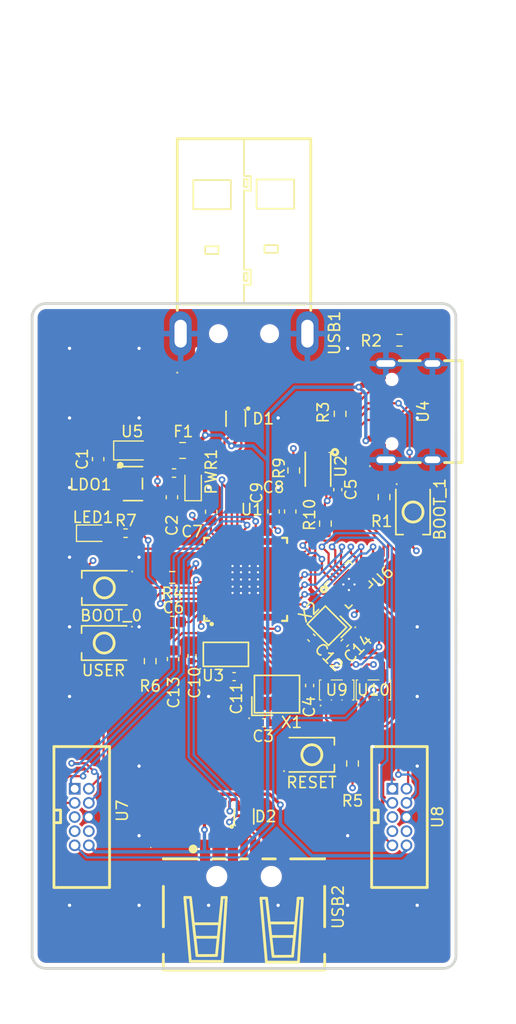
<source format=kicad_pcb>
(kicad_pcb (version 20241229) (generator "pcbnew") (generator_version "9.0")
  (layers (0 "F.Cu" signal "Top Layer") (4 "In1.Cu" power "In1.VCC") (6 "In2.Cu" power "In2.GND") (2 "B.Cu" signal "Bottom Layer") (13 "F.Paste" user "Top Paste Mask Layer") (15 "B.Paste" user "Bottom Paste Mask Layer") (5 "F.SilkS" user "Top Silkscreen Layer") (7 "B.SilkS" user "Bottom Silkscreen Layer") (1 "F.Mask" user "Top Solder Mask Layer") (3 "B.Mask" user "Bottom Solder Mask Layer") (25 "Edge.Cuts" user "Multi-Layer"))
  (net 0 "")
  (net 1 "GND")
  (net 2 "+3V3")
  (net 3 "Net-(U1-VBAT)")
  (net 4 "Net-(U5-A)")
  (net 6 "Net-(LED1-A)")
  (net 7 "Net-(PWR1-A)")
  (net 22 "/CH32V203/SPI_CLK")
  (net 25 "/CH572D/USB_CC1")
  (net 27 "/CH572D/USB_CC2")
  (net 32 "/CH32V203/BOOT_0")
  (net 33 "/CH32V203/VBUS_FUSED")
  (net 34 "/CH32V203/XIN")
  (net 35 "/CH32V203/XOUT")
  (net 36 "/CH32V203/OSC32IN")
  (net 37 "/CH32V203/OSC32OUT")
  (net 38 "/CH572D/XI")
  (net 39 "/CH572D/XO")
  (net 40 "/CH32V203/D+")
  (net 41 "/CH32V203/D-")
  (net 42 "/CH32V203/USB1_P")
  (net 43 "/CH32V203/USB1_N")
  (net 44 "/CH32V203/USB2_P")
  (net 45 "/CH32V203/DP2_OUT")
  (net 46 "/CH32V203/USB2_N")
  (net 47 "/CH32V203/DN2_OUT")
  (net 48 "/CH32V203/USART_RX")
  (net 49 "/CH32V203/RST")
  (net 50 "/CH32V203/SWCLK")
  (net 51 "/CH32V203/SWDIO")
  (net 52 "/CH32V203/USART_TX")
  (net 53 "/CH32V203/PB9")
  (net 54 "/CH32V203/PB10")
  (net 55 "/CH32V203/EEPROM_SDA")
  (net 56 "/CH32V203/EEPROM_SCL")
  (net 57 "/CH32V203/SPI_MOSI")
  (net 58 "/CH32V203/SPI_MISO")
  (net 59 "/CH572D/SWDIO")
  (net 61 "Net-(BOOT_1-Pad2)")
  (net 62 "+5V")
  (net 63 "/CH572D/UART_TX")
  (net 64 "/CH572D/UART_RX")
  (net 68 "/CH32V203/RST_CH32")
  (net 69 "VBUS")
  (net 70 "/CH32V203/GPIO_RST_CH32")
  (net 71 "/CH572D/BOOT_0")
  (net 72 "/CH32V203/SPI_CS")
  (footprint "Capacitor_SMD:C_0603_1608Metric" (layer "F.Cu") (at 142.929523 85.454809 90)
    (property "Reference" "C7")
    (property "Value" "100nF")
  )
  (footprint "usb_sp_fp:USB-A-SMD_10.0-QTJ6.3" (layer "F.Cu") (at 145.879523 119.917528)
    (property "Reference" "USB2")
    (property "Value" "10.0 QTJ6.3")
  )
  (footprint "Capacitor_SMD:C_0603_1608Metric" (layer "F.Cu") (at 132.769023 80.725809 90)
    (property "Reference" "C1")
    (property "Value" "10uF")
  )
  (footprint "usb_sp_fp:USB-C-SMD_KH-TYPE-C-16P" (layer "F.Cu") (at 160.399952 76.463845 90)
    (property "Reference" "U4")
    (property "Value" "KH-TYPE-C-16P")
  )
  (footprint "usb_sp_fp:SOT-23-5_L3.0-W1.7-P0.95-LS2.8-BR" (layer "F.Cu") (at 157.512723 101.451209 -90)
    (property "Reference" "U10")
    (property "Value" "SN74LVC1G32DBVR")
  )
  (footprint "usb_sp_fp:SW-SMD_L3.9-W3.0-P4.45" (layer "F.Cu") (at 151.975523 107.267809 180)
    (property "Reference" "RESET1" (hide yes))
    (property "Value" "~")
  )
  (footprint "Resistor_SMD:R_0603_1608Metric" (layer "F.Cu") (at 155.633123 108.055209 -90)
    (property "Reference" "R5")
    (property "Value" "10kΩ")
  )
  (footprint "Capacitor_SMD:C_0603_1608Metric" (layer "F.Cu") (at 139.400523 84.150809 90)
    (property "Reference" "C2")
    (property "Value" "10uF")
  )
  (footprint "usb_sp_fp:SOT-666-6_L1.6-W1.2-P0.50-LS1.6-BL" (layer "F.Cu") (at 145.138523 77.098809 180)
    (property "Reference" "D1")
    (property "Value" "USBLC6-2P6")
  )
  (footprint "Capacitor_SMD:C_0402_1005Metric" (layer "F.Cu") (at 151.934046 96.755618 -45)
    (property "Reference" "C12")
    (property "Value" "15pF")
  )
  (footprint "usb_sp_fp:CRYSTAL-SMD_L3.2-W1.5-1" (layer "F.Cu") (at 144.249523 98.252809)
    (property "Reference" "U3")
    (property "Value" "32.768kHz")
  )
  (footprint "usb_sp_fp:CONN-TH_10P-P1.27_HX-JN1.27-2X5P-ZZ-H4.9" (layer "F.Cu") (at 159.849522 112.855804 -90)
    (property "Reference" "U8")
    (property "Value" "HX_JN1_27-2X5P_ZZ_H4_9")
  )
  (footprint "Resistor_SMD:R_0603_1608Metric" (layer "F.Cu") (at 139.427923 91.342009 180)
    (property "Reference" "R4")
    (property "Value" "10kΩ")
  )
  (footprint "usb_sp_fp:TQFN-48_L7.0-W7.0-P0.50-BL-EP5.5" (layer "F.Cu") (at 146.027523 91.521809)
    (property "Reference" "U1")
    (property "Value" "CH32V203C8U6")
  )
  (footprint "usb_sp_fp:SOT-23-5_L3.0-W1.7-P0.95-LS2.8-BL" (layer "F.Cu") (at 135.900523 82.925771 -90)
    (property "Reference" "LDO1")
    (property "Value" "ME6211C33M5G-N")
  )
  (footprint "LED_SMD:LED_0603_1608Metric" (layer "F.Cu") (at 132.304523 87.375809)
    (property "Reference" "LED1")
    (property "Value" "XL-1608UGC-04")
  )
  (footprint "LED_SMD:LED_0603_1608Metric" (layer "F.Cu") (at 141.304523 82.975809 90)
    (property "Reference" "PWR1")
    (property "Value" "NCD0603R1")
  )
  (footprint "usb_sp_fp:UDFN-8_L3.0-W2.0-P0.50-BL-EP-3" (layer "F.Cu") (at 152.52961 81.628868 180)
    (property "Reference" "U2")
    (property "Value" "ZD24C02B-MAGMT")
  )
  (footprint "usb_sp_fp:CONN-TH_10P-P1.27_HX-JN1.27-2X5P-ZZ-H4.9" (layer "F.Cu") (at 131.294522 112.855806 -90)
    (property "Reference" "U7")
    (property "Value" "HX_JN1_27-2X5P_ZZ_H4_9")
  )
  (footprint "Resistor_SMD:R_0402_1005Metric" (layer "F.Cu") (at 139.590523 81.975809 180)
    (property "Reference" "R8" (hide yes))
    (property "Value" "1kΩ")
  )
  (footprint "usb_sp_fp:CRYSTAL-SMD_4P-L3.2-W2.5-BL" (layer "F.Cu") (at 148.843447 101.820396)
    (property "Reference" "X1")
    (property "Value" "8MHz")
  )
  (footprint "usb_sp_fp:QFN-20_L3.0-W3.0-P0.40-TL-EP1.7" (layer "F.Cu") (at 155.284046 91.980618 45)
    (property "Reference" "U6")
    (property "Value" "CH572D")
  )
  (footprint "usb_sp_fp:SW-SMD_L3.9-W3.0-P4.45" (layer "F.Cu") (at 161.068723 85.474609 90)
    (property "Reference" "BOOT_1")
    (property "Value" "~")
  )
  (footprint "usb_sp_fp:SW-SMD_L3.9-W3.0-P4.45" (layer "F.Cu") (at 133.327523 92.283809)
    (property "Reference" "BOOT_0")
    (property "Value" "~")
  )
  (footprint "Capacitor_SMD:C_0402_1005Metric" (layer "F.Cu") (at 141.200523 98.379809 -90)
    (property "Reference" "C10")
    (property "Value" "15pF")
  )
  (footprint "Fuse:Fuse_0805_2012Metric" (layer "F.Cu") (at 140.359523 79.950809 180)
    (property "Reference" "F1")
    (property "Value" "JK-SMD0805-020-30V")
  )
  (footprint "Capacitor_SMD:C_0603_1608Metric" (layer "F.Cu") (at 139.500523 98.675809 -90)
    (property "Reference" "C13")
    (property "Value" "10uF")
  )
  (footprint "Capacitor_SMD:C_0603_1608Metric" (layer "F.Cu") (at 139.429523 95.354809 180)
    (property "Reference" "C6")
    (property "Value" "100nF")
  )
  (footprint "Resistor_SMD:R_0603_1608Metric" (layer "F.Cu") (at 137.446723 98.860409 90)
    (property "Reference" "R6")
    (property "Value" "10kΩ")
  )
  (footprint "usb_sp_fp:SOT-666-6_L1.6-W1.2-P0.50-LS1.6-BL" (layer "F.Cu") (at 145.879523 112.806009)
    (property "Reference" "D2")
    (property "Value" "USBLC6-2P6")
  )
  (footprint "Resistor_SMD:R_0603_1608Metric" (layer "F.Cu") (at 159.849523 70.056809 180)
    (property "Reference" "R2")
    (property "Value" "5.1kΩ")
  )
  (footprint "usb_sp_fp:USB-A-SMD_917-181A102ES60200" (layer "F.Cu") (at 145.879523 70.863526 90)
    (property "Reference" "USB1")
    (property "Value" "USB-A-A/M_Stick_plate_bent_legs_VinylPBT_With_a_column")
  )
  (footprint "Resistor_SMD:R_0603_1608Metric" (layer "F.Cu") (at 150.349923 81.740809 -90)
    (property "Reference" "R9")
    (property "Value" "10kΩ")
  )
  (footprint "usb_sp_fp:SW-SMD_L3.9-W3.0-P4.45" (layer "F.Cu") (at 133.306523 97.234809)
    (property "Reference" "USER1" (hide yes))
    (property "Value" "~")
  )
  (footprint "Resistor_SMD:R_0402_1005Metric" (layer "F.Cu") (at 135.232523 87.375809)
    (property "Reference" "R7")
    (property "Value" "1kΩ")
  )
  (footprint "usb_sp_fp:CRYSTAL-SMD_4P-L2.0-W1.6-BL" (layer "F.Cu") (at 153.334046 95.680618 135)
    (property "Reference" "X2")
    (property "Value" "XTM20032000DT00351001")
  )
  (footprint "Capacitor_SMD:C_0402_1005Metric" (layer "F.Cu") (at 151.779146 101.054569 -90)
    (property "Reference" "C4")
    (property "Value" "15pF")
  )
  (footprint "Resistor_SMD:R_0603_1608Metric" (layer "F.Cu") (at 153.194723 86.516009 -90)
    (property "Reference" "R10")
    (property "Value" "10kΩ")
  )
  (footprint "Diode_SMD:D_SOD-323" (layer "F.Cu") (at 135.774023 79.950809)
    (property "Reference" "U5")
    (property "Value" "SD101CWS")
  )
  (footprint "Capacitor_SMD:C_0402_1005Metric" (layer "F.Cu") (at 154.934046 97.230618 45)
    (property "Reference" "C14")
    (property "Value" "15pF")
  )
  (footprint "Capacitor_SMD:C_0402_1005Metric" (layer "F.Cu") (at 154.309296 83.468618 90)
    (property "Reference" "C5")
    (property "Value" "100nF")
  )
  (footprint "usb_sp_fp:SOT-23-5_L3.0-W1.7-P0.95-LS2.8-BR" (layer "F.Cu") (at 154.210723 101.451209 -90)
    (property "Reference" "U9")
    (property "Value" "SN74LVC1G32DBVR")
  )
  (footprint "Resistor_SMD:R_0603_1608Metric" (layer "F.Cu") (at 154.515523 76.660809 -90)
    (property "Reference" "R3")
    (property "Value" "5.1kΩ")
  )
  (footprint "Capacitor_SMD:C_0603_1608Metric" (layer "F.Cu") (at 148.534046 85.430618 90)
    (property "Reference" "C9")
    (property "Value" "4.7uF")
  )
  (footprint "Resistor_SMD:R_0603_1608Metric" (layer "F.Cu") (at 158.467523 84.138809 90)
    (property "Reference" "R1")
    (property "Value" "5.1kΩ")
  )
  (footprint "Capacitor_SMD:C_0603_1608Metric" (layer "F.Cu") (at 150.034046 85.430618 90)
    (property "Reference" "C8")
    (property "Value" "100nF")
  )
  (footprint "Capacitor_SMD:C_0402_1005Metric" (layer "F.Cu") (at 147.674623 104.390396)
    (property "Reference" "C3")
    (property "Value" "15pF")
  )
  (footprint "Capacitor_SMD:C_0402_1005Metric" (layer "F.Cu") (at 144.992523 100.251309 180)
    (property "Reference" "C11")
    (property "Value" "15pF")
  )
  (gr_arc (start 163.6595 66.754809) (mid 164.553015 67.124886) (end 164.923189 68.01836) (stroke (width 0.254)) (layer "Edge.Cuts"))
  (gr_line (start 128.0995 126.444809) (end 163.791951 126.444809) (stroke (width 0.254)) (layer "Edge.Cuts"))
  (gr_line (start 126.829523 68.0248) (end 126.829523 125.183673) (stroke (width 0.254)) (layer "Edge.Cuts"))
  (gr_arc (start 128.0995 126.444809) (mid 127.204611 126.075964) (end 126.829523 125.183673) (stroke (width 0.254)) (layer "Edge.Cuts"))
  (gr_line (start 164.923189 68.01836) (end 164.929523 125.301674) (stroke (width 0.254)) (layer "Edge.Cuts"))
  (gr_arc (start 164.929523 125.301674) (mid 164.596709 126.108065) (end 163.791951 126.444809) (stroke (width 0.254)) (layer "Edge.Cuts"))
  (gr_line (start 128.099523 66.754809) (end 163.6595 66.754809) (stroke (width 0.254)) (layer "Edge.Cuts"))
  (gr_arc (start 126.829523 68.0248) (mid 127.201499 67.126783) (end 128.099523 66.754809) (stroke (width 0.254)) (layer "Edge.Cuts"))
  (gr_text "USER" (at 131.198323 100.282809 0) (layer "F.SilkS") (effects (font (size 1 1)) (justify left bottom)))
  (gr_text "RESET" (at 149.587923 110.341209 0) (layer "F.SilkS") (effects (font (size 1 1)) (justify left bottom)))
  (segment (start 152.258796 81.430868) (end 152.009296 81.680868) (width 0.254) (layer "F.Cu") (net 1))
  (segment (start 142.604587 93.771745) (end 143.697587 93.771745) (width 0.2) (layer "F.Cu") (net 1))
  (segment (start 143.777332 89.457118) (end 143.777332 88.174118) (width 0.2) (layer "F.Cu") (net 1))
  (segment (start 149.375332 89.271618) (end 148.387714 89.271618) (width 0.2) (layer "F.Cu") (net 1))
  (segment (start 152.784046 80.119868) (end 152.784046 81.393868) (width 0.2) (layer "F.Cu") (net 1))
  (segment (start 152.258796 81.930368) (end 152.009296 81.680868) (width 0.254) (layer "F.Cu") (net 1))
  (segment (start 148.44765 90.771745) (end 148.433714 90.757809) (width 0.2) (layer "F.Cu") (net 1))
  (segment (start 152.784046 83.167868) (end 152.784046 81.893368) (width 0.2) (layer "F.Cu") (net 1))
  (segment (start 144.082523 89.762309) (end 143.777332 89.457118) (width 0.254) (layer "F.Cu") (net 1))
  (segment (start 149.407396 90.771745) (end 148.44765 90.771745) (width 0.2) (layer "F.Cu") (net 1))
  (segment (start 148.387714 89.271618) (end 147.897023 89.762309) (width 0.254) (layer "F.Cu") (net 1))
  (segment (start 146.777587 94.898745) (end 146.777587 93.791373) (width 0.2) (layer "F.Cu") (net 1))
  (segment (start 149.421332 90.757809) (end 149.407396 90.771745) (width 0.2) (layer "F.Cu") (net 1))
  (segment (start 143.697587 93.771745) (end 144.082523 93.386809) (width 0.254) (layer "F.Cu") (net 1))
  (segment (start 146.777587 93.791373) (end 146.373023 93.386809) (width 0.2) (layer "F.Cu") (net 1))
  (segment (start 152.284546 80.119868) (end 152.284546 81.393368) (width 0.2) (layer "F.Cu") (net 1))
  (via (at 136.446247 95.781284) (size 0.6) (drill 0.3) (layers "F.Cu" "B.Cu") (net 1))
  (via (at 145.604523 90.325809) (size 0.6) (drill 0.2) (layers "F.Cu" "B.Cu") (net 1))
  (via (at 130.196247 120.781284) (size 0.6) (drill 0.3) (layers "F.Cu" "B.Cu") (net 1))
  (via (at 144.844523 91.531309) (size 0.6) (drill 0.2) (layers "F.Cu" "B.Cu") (net 1))
  (via (at 161.446247 95.781284) (size 0.6) (drill 0.3) (layers "F.Cu" "B.Cu") (net 1))
  (via (at 136.446247 120.781284) (size 0.6) (drill 0.3) (layers "F.Cu" "B.Cu") (net 1))
  (via (at 130.196247 89.531284) (size 0.6) (drill 0.3) (layers "F.Cu" "B.Cu") (net 1))
  (via (at 130.196247 70.781284) (size 0.6) (drill 0.3) (layers "F.Cu" "B.Cu") (net 1))
  (via (at 130.196247 77.031284) (size 0.6) (drill 0.3) (layers "F.Cu" "B.Cu") (net 1))
  (via (at 130.196247 95.781284) (size 0.6) (drill 0.3) (layers "F.Cu" "B.Cu") (net 1))
  (via (at 146.379523 90.325809) (size 0.6) (drill 0.2) (layers "F.Cu" "B.Cu") (net 1))
  (via (at 144.854523 92.175809) (size 0.6) (drill 0.2) (layers "F.Cu" "B.Cu") (net 1))
  (via (at 147.135023 92.179309) (size 0.6) (drill 0.2) (layers "F.Cu" "B.Cu") (net 1))
  (via (at 155.309046 92.480618) (size 0.6) (drill 0.2) (layers "F.Cu" "B.Cu") (net 1))
  (via (at 130.196247 102.031284) (size 0.6) (drill 0.3) (layers "F.Cu" "B.Cu") (net 1))
  (via (at 155.309046 91.480618) (size 0.6) (drill 0.2) (layers "F.Cu" "B.Cu") (net 1))
  (via (at 136.446247 89.531284) (size 0.6) (drill 0.3) (layers "F.Cu" "B.Cu") (net 1))
  (via (at 161.446247 77.031284) (size 0.6) (drill 0.3) (layers "F.Cu" "B.Cu") (net 1))
  (via (at 145.604523 92.750809) (size 0.6) (drill 0.2) (layers "F.Cu" "B.Cu") (net 1))
  (via (at 155.196247 120.781284) (size 0.6) (drill 0.3) (layers "F.Cu" "B.Cu") (net 1))
  (via (at 155.809046 91.980618) (size 0.6) (drill 0.2) (layers "F.Cu" "B.Cu") (net 1))
  (via (at 146.372523 91.531309) (size 0.6) (drill 0.2) (layers "F.Cu" "B.Cu") (net 1))
  (via (at 142.696247 83.281284) (size 0.6) (drill 0.3) (layers "F.Cu" "B.Cu") (net 1))
  (via (at 144.844523 90.324309) (size 0.6) (drill 0.2) (layers "F.Cu" "B.Cu") (net 1))
  (via (at 148.946247 120.781284) (size 0.6) (drill 0.3) (layers "F.Cu" "B.Cu") (net 1))
  (via (at 158.020723 92.002409) (size 0.6) (drill 0.3) (layers "F.Cu" "B.Cu") (net 1))
  (via (at 145.606523 92.179309) (size 0.6) (drill 0.2) (layers "F.Cu" "B.Cu") (net 1))
  (via (at 161.446247 102.031284) (size 0.6) (drill 0.3) (layers "F.Cu" "B.Cu") (net 1))
  (via (at 147.129523 90.325809) (size 0.6) (drill 0.2) (layers "F.Cu" "B.Cu") (net 1))
  (via (at 146.373023 92.739809) (size 0.6) (drill 0.2) (layers "F.Cu" "B.Cu") (net 1))
  (via (at 155.196247 70.781284) (size 0.6) (drill 0.3) (layers "F.Cu" "B.Cu") (net 1))
  (via (at 148.946247 77.031284) (size 0.6) (drill 0.3) (layers "F.Cu" "B.Cu") (net 1))
  (via (at 136.446247 70.781284) (size 0.6) (drill 0.3) (layers "F.Cu" "B.Cu") (net 1))
  (via (at 147.135023 92.739809) (size 0.6) (drill 0.2) (layers "F.Cu" "B.Cu") (net 1))
  (via (at 146.373023 92.179309) (size 0.6) (drill 0.2) (layers "F.Cu" "B.Cu") (net 1))
  (via (at 136.446247 77.031284) (size 0.6) (drill 0.3) (layers "F.Cu" "B.Cu") (net 1))
  (via (at 157.461923 106.531209) (size 0.6) (drill 0.3) (layers "F.Cu" "B.Cu") (net 1))
  (via (at 148.946247 83.281284) (size 0.6) (drill 0.3) (layers "F.Cu" "B.Cu") (net 1))
  (via (at 144.845023 92.739809) (size 0.6) (drill 0.2) (layers "F.Cu" "B.Cu") (net 1))
  (via (at 142.696247 120.781284) (size 0.6) (drill 0.3) (layers "F.Cu" "B.Cu") (net 1))
  (via (at 130.196247 83.281284) (size 0.6) (drill 0.3) (layers "F.Cu" "B.Cu") (net 1))
  (via (at 144.844523 90.884809) (size 0.6) (drill 0.2) (layers "F.Cu" "B.Cu") (net 1))
  (via (at 146.373023 90.884809) (size 0.6) (drill 0.2) (layers "F.Cu" "B.Cu") (net 1))
  (via (at 147.135023 90.884809) (size 0.6) (drill 0.2) (layers "F.Cu" "B.Cu") (net 1))
  (via (at 142.696247 102.031284) (size 0.6) (drill 0.3) (layers "F.Cu" "B.Cu") (net 1))
  (via (at 145.606523 90.884809) (size 0.6) (drill 0.2) (layers "F.Cu" "B.Cu") (net 1))
  (via (at 154.809046 91.980618) (size 0.6) (drill 0.2) (layers "F.Cu" "B.Cu") (net 1))
  (via (at 147.134523 91.531309) (size 0.6) (drill 0.2) (layers "F.Cu" "B.Cu") (net 1))
  (via (at 145.606523 91.531309) (size 0.6) (drill 0.2) (layers "F.Cu" "B.Cu") (net 1))
  (via (at 161.446247 120.781284) (size 0.6) (drill 0.3) (layers "F.Cu" "B.Cu") (net 1))
  (via (at 155.196247 114.531284) (size 0.6) (drill 0.3) (layers "F.Cu" "B.Cu") (net 1))
  (via (at 161.446247 108.281284) (size 0.6) (drill 0.3) (layers "F.Cu" "B.Cu") (net 1))
  (via (at 136.446247 108.281284) (size 0.6) (drill 0.3) (layers "F.Cu" "B.Cu") (net 1))
  (via (at 136.446247 114.531284) (size 0.6) (drill 0.3) (layers "F.Cu" "B.Cu") (net 1))
  (segment (start 138.100523 83.110309) (end 138.366023 83.375809) (width 0.2) (layer "F.Cu") (net 2))
  (segment (start 141.963523 95.039309) (end 141.665023 94.741309) (width 0.2) (layer "F.Cu") (net 2))
  (segment (start 154.309296 83.948618) (end 153.879296 83.948618) (width 0.2) (layer "F.Cu") (net 2))
  (segment (start 153.359296 84.444827) (end 153.835505 83.968618) (width 0.2) (layer "F.Cu") (net 2))
  (segment (start 153.279674 84.388996) (end 153.359296 84.468618) (width 0.2) (layer "F.Cu") (net 2))
  (segment (start 148.934046 87.155618) (end 148.534046 86.755618) (width 0.2) (layer "F.Cu") (net 2))
  (segment (start 142.904523 86.254809) (end 142.929523 86.229809) (width 0.2) (layer "F.Cu") (net 2))
  (segment (start 143.277459 87.652745) (end 143.277459 88.121758) (width 0.2) (layer "F.Cu") (net 2))
  (segment (start 156.029523 94.372619) (end 156.029523 93.85786) (width 0.2) (layer "F.Cu") (net 2))
  (segment (start 161.373523 88.954409) (end 161.068723 88.649609) (width 0.2) (layer "F.Cu") (net 2))
  (segment (start 149.427574 88.771745) (end 149.754587 88.771745) (width 0.2) (layer "F.Cu") (net 2))
  (segment (start 141.558523 86.254809) (end 142.904523 86.254809) (width 0.2) (layer "F.Cu") (net 2))
  (segment (start 137.054193 81.975809) (end 139.080523 81.975809) (width 0.2) (layer "F.Cu") (net 2))
  (segment (start 141.229523 85.925809) (end 141.558523 86.254809) (width 0.2) (layer "F.Cu") (net 2))
  (segment (start 156.928523 99.165209) (end 156.562761 99.530971) (width 0.2) (layer "F.Cu") (net 2))
  (segment (start 141.665023 94.741309) (end 141.051523 95.354809) (width 0.2) (layer "F.Cu") (net 2))
  (segment (start 131.142523 97.222809) (end 131.142523 91.004309) (width 0.2) (layer "F.Cu") (net 2))
  (segment (start 153.143923 84.683991) (end 153.143923 85.640209) (width 0.2) (layer "F.Cu") (net 2))
  (segment (start 153.359296 84.468618) (end 153.143923 84.683991) (width 0.2) (layer "F.Cu") (net 2))
  (segment (start 153.879296 83.948618) (end 153.859296 83.968618) (width 0.2) (layer "F.Cu") (net 2))
  (segment (start 149.754587 88.771745) (end 150.034046 88.492286) (width 0.2) (layer "F.Cu") (net 2))
  (segment (start 148.534046 86.755618) (end 148.534046 86.305618) (width 0.2) (layer "F.Cu") (net 2))
  (segment (start 141.051523 95.354809) (end 140.204523 95.354809) (width 0.2) (layer "F.Cu") (net 2))
  (segment (start 150.034046 88.492286) (end 150.034046 86.205618) (width 0.2) (layer "F.Cu") (net 2))
  (segment (start 153.279674 83.152871) (end 153.279674 84.388996) (width 0.2) (layer "F.Cu") (net 2))
  (segment (start 138.366023 83.375809) (end 139.400523 83.375809) (width 0.2) (layer "F.Cu") (net 2))
  (segment (start 142.034046 95.742809) (end 141.963523 95.672286) (width 0.2) (layer "F.Cu") (net 2))
  (segment (start 153.143923 85.640209) (end 153.245523 85.741809) (width 0.2) (layer "F.Cu") (net 2))
  (segment (start 142.134459 94.271873) (end 141.665023 94.741309) (width 0.2) (layer "F.Cu") (net 2))
  (segment (start 138.100523 82.705618) (end 138.100523 83.110309) (width 0.2) (layer "F.Cu") (net 2))
  (segment (start 131.142523 91.004309) (end 132.311523 89.835309) (width 0.2) (layer "F.Cu") (net 2))
  (segment (start 153.359296 84.468618) (end 153.359296 84.444827) (width 0.2) (layer "F.Cu") (net 2))
  (segment (start 156.329523 94.150809) (end 156.329523 93.592104) (width 0.2) (layer "F.Cu") (net 2))
  (segment (start 156.029523 93.85786) (end 155.77877 93.607107) (width 0.2) (layer "F.Cu") (net 2))
  (segment (start 148.909046 95.955618) (end 147.794332 95.955618) (width 0.2) (layer "F.Cu") (net 2))
  (segment (start 142.900523 87.275809) (end 143.277459 87.652745) (width 0.2) (layer "F.Cu") (net 2))
  (segment (start 147.794332 95.955618) (end 147.277459 95.438745) (width 0.2) (layer "F.Cu") (net 2))
  (segment (start 141.229523 85.754809) (end 141.229523 85.925809) (width 0.2) (layer "F.Cu") (net 2))
  (segment (start 153.601123 99.216009) (end 154.210723 99.216009) (width 0.2) (layer "F.Cu") (net 2))
  (segment (start 148.534046 86.180618) (end 150.109046 86.180618) (width 0.2) (layer "F.Cu") (net 2))
  (segment (start 156.562761 99.530971) (end 156.562761 100.151107) (width 0.2) (layer "F.Cu") (net 2))
  (segment (start 155.633123 110.239609) (end 155.633123 108.880209) (width 0.2) (layer "F.Cu") (net 2))
  (segment (start 141.963523 95.672286) (end 141.963523 95.039309) (width 0.2) (layer "F.Cu") (net 2))
  (segment (start 155.785523 94.616619) (end 156.029523 94.372619) (width 0.2) (layer "F.Cu") (net 2))
  (segment (start 157.512723 99.165209) (end 156.928523 99.165209) (width 0.2) (layer "F.Cu") (net 2))
  (segment (start 142.627472 94.271873) (end 142.134459 94.271873) (width 0.2) (layer "F.Cu") (net 2))
  (segment (start 153.260761 100.151107) (end 153.260761 99.556371) (width 0.2) (layer "F.Cu") (net 2))
  (segment (start 155.785523 94.694809) (end 155.785523 94.616619) (width 0.2) (layer "F.Cu") (net 2))
  (segment (start 142.929523 86.229809) (end 142.900523 86.258809) (width 0.2) (layer "F.Cu") (net 2))
  (segment (start 148.534046 86.305618) (end 148.484046 86.255618) (width 0.2) (layer "F.Cu") (net 2))
  (segment (start 142.900523 86.258809) (end 142.900523 87.275809) (width 0.2) (layer "F.Cu") (net 2))
  (segment (start 138.100523 81.975809) (end 137.054193 81.975809) (width 0.2) (layer "F.Cu") (net 2))
  (segment (start 153.835505 83.968618) (end 153.859296 83.968618) (width 0.2) (layer "F.Cu") (net 2))
  (segment (start 155.785523 94.694809) (end 156.329523 94.150809) (width 0.2) (layer "F.Cu") (net 2))
  (segment (start 156.329523 93.592104) (end 156.061648 93.324229) (width 0.2) (layer "F.Cu") (net 2))
  (segment (start 161.068723 88.649609) (end 161.068723 87.659521) (width 0.2) (layer "F.Cu") (net 2))
  (segment (start 153.260761 99.556371) (end 153.601123 99.216009) (width 0.2) (layer "F.Cu") (net 2))
  (segment (start 138.100523 82.705618) (end 138.100523 81.975809) (width 0.2) (layer "F.Cu") (net 2))
  (segment (start 147.277459 95.438745) (end 147.277459 94.92186) (width 0.2) (layer "F.Cu") (net 2))
  (segment (start 150.316546 79.768618) (end 150.316546 80.911368) (width 0.2) (layer "F.Cu") (net 2))
  (via (at 132.311523 89.835309) (size 0.61) (drill 0.3) (layers "F.Cu" "B.Cu") (net 2))
  (via (at 155.785523 94.694809) (size 0.61) (drill 0.3) (layers "F.Cu" "B.Cu") (net 2))
  (via (at 153.359296 84.468618) (size 0.61) (drill 0.3) (layers "F.Cu" "B.Cu") (net 2))
  (via (at 138.100523 82.705618) (size 0.61) (drill 0.3) (layers "F.Cu" "B.Cu") (net 2))
  (via (at 142.034046 95.742809) (size 0.61) (drill 0.3) (layers "F.Cu" "B.Cu") (net 2))
  (via (at 155.633123 110.239609) (size 0.61) (drill 0.3) (layers "F.Cu" "B.Cu") (net 2))
  (via (at 161.373523 88.954409) (size 0.61) (drill 0.3) (layers "F.Cu" "B.Cu") (net 2))
  (via (at 141.229523 85.754809) (size 0.6) (drill 0.3) (layers "F.Cu" "B.Cu") (net 2))
  (via (at 148.909046 95.955618) (size 0.61) (drill 0.3) (layers "F.Cu" "B.Cu") (net 2))
  (via (at 157.512723 99.165209) (size 0.61) (drill 0.3) (layers "F.Cu" "B.Cu") (net 2))
  (via (at 154.210723 99.216009) (size 0.61) (drill 0.3) (layers "F.Cu" "B.Cu") (net 2))
  (via (at 148.934046 87.155618) (size 0.6) (drill 0.3) (layers "F.Cu" "B.Cu") (net 2))
  (via (at 150.316546 79.768618) (size 0.61) (drill 0.3) (layers "F.Cu" "B.Cu") (net 2))
  (segment (start 140.312523 96.347809) (end 142.852523 96.347809) (width 0.2) (layer "F.Cu") (net 3))
  (segment (start 143.277459 95.922873) (end 143.277459 94.974245) (width 0.2) (layer "F.Cu") (net 3))
  (segment (start 139.550523 97.806809) (end 139.550523 97.109809) (width 0.2) (layer "F.Cu") (net 3))
  (segment (start 139.550523 97.109809) (end 140.312523 96.347809) (width 0.2) (layer "F.Cu") (net 3))
  (segment (start 142.852523 96.347809) (end 143.277459 95.922873) (width 0.2) (layer "F.Cu") (net 3))
  (segment (start 139.179523 79.950809) (end 136.849023 79.950809) (width 0.3) (layer "F.Cu") (net 4))
  (segment (start 136.849023 79.950809) (end 136.824023 79.975809) (width 0.3) (layer "F.Cu") (net 4))
  (segment (start 133.111023 87.372309) (end 134.796023 87.372309) (width 0.254) (layer "F.Cu") (net 6))
  (segment (start 141.100523 81.975809) (end 141.300523 82.175809) (width 0.2) (layer "F.Cu") (net 7))
  (segment (start 140.100523 81.975809) (end 141.100523 81.975809) (width 0.2) (layer "F.Cu") (net 7))
  (segment (start 156.409591 90.289029) (end 156.061648 90.636972) (width 0.2) (layer "F.Cu") (net 22))
  (segment (start 151.3332 92.8624) (end 150.923727 93.271873) (width 0.2) (layer "F.Cu") (net 22))
  (segment (start 156.409591 90.286343) (end 156.362612 90.333322) (width 0.2) (layer "F.Cu") (net 22))
  (segment (start 156.409591 90.286343) (end 156.409591 90.289029) (width 0.2) (layer "F.Cu") (net 22))
  (segment (start 156.409591 88.598809) (end 156.409591 90.286343) (width 0.2) (layer "F.Cu") (net 22))
  (segment (start 150.923727 93.271873) (end 149.427574 93.271873) (width 0.2) (layer "F.Cu") (net 22))
  (via (at 156.409591 88.598809) (size 0.6) (drill 0.3) (layers "F.Cu" "B.Cu") (net 22))
  (via (at 151.3332 92.8624) (size 0.6) (drill 0.3) (layers "F.Cu" "B.Cu") (net 22))
  (segment (start 156.409591 88.598809) (end 152.146 92.8624) (width 0.2) (layer "B.Cu") (net 22))
  (segment (start 152.146 92.8624) (end 151.3332 92.8624) (width 0.2) (layer "B.Cu") (net 22))
  (segment (start 160.674523 70.006009) (end 160.674523 75.926327) (width 0.2) (layer "F.Cu") (net 25))
  (segment (start 158.887069 77.713781) (end 157.984941 77.713781) (width 0.2) (layer "F.Cu") (net 25))
  (segment (start 160.674523 75.926327) (end 158.887069 77.713781) (width 0.2) (layer "F.Cu") (net 25))
  (segment (start 154.515523 75.835809) (end 155.961295 75.835809) (width 0.2) (layer "F.Cu") (net 27))
  (segment (start 157.083323 74.713781) (end 157.984941 74.713781) (width 0.2) (layer "F.Cu") (net 27))
  (segment (start 155.961295 75.835809) (end 157.083323 74.713781) (width 0.2) (layer "F.Cu") (net 27))
  (segment (start 138.604523 91.354809) (end 138.604523 91.996873) (width 0.2) (layer "F.Cu") (net 32))
  (segment (start 138.604523 91.996873) (end 138.329523 92.271873) (width 0.2) (layer "F.Cu") (net 32))
  (segment (start 135.524459 92.271873) (end 138.329523 92.271873) (width 0.2) (layer "F.Cu") (net 32))
  (segment (start 135.512523 92.283809) (end 135.524459 92.271873) (width 0.2) (layer "F.Cu") (net 32))
  (segment (start 138.329523 92.271873) (end 142.627472 92.271873) (width 0.2) (layer "F.Cu") (net 32))
  (segment (start 134.746853 81.975809) (end 135.429523 81.975809) (width 0.2) (layer "F.Cu") (net 33))
  (segment (start 135.626352 82.172638) (end 135.626352 83.65398) (width 0.2) (layer "F.Cu") (net 33))
  (segment (start 134.724023 79.921809) (end 134.422023 79.921809) (width 0.2) (layer "F.Cu") (net 33))
  (segment (start 134.746853 81.975809) (end 134.746853 79.973639) (width 0.2) (layer "F.Cu") (net 33))
  (segment (start 135.404599 83.875733) (end 134.746853 83.875733) (width 0.2) (layer "F.Cu") (net 33))
  (segment (start 135.429523 81.975809) (end 135.626352 82.172638) (width 0.2) (layer "F.Cu") (net 33))
  (segment (start 135.626352 83.65398) (end 135.404599 83.875733) (width 0.2) (layer "F.Cu") (net 33))
  (segment (start 132.798023 79.921809) (end 132.769023 79.950809) (width 0.2) (layer "F.Cu") (net 33))
  (segment (start 134.422023 79.921809) (end 132.798023 79.921809) (width 0.2) (layer "F.Cu") (net 33))
  (segment (start 134.746853 79.973639) (end 134.724023 79.950809) (width 0.2) (layer "F.Cu") (net 33))
  (segment (start 148.174623 103.101661) (end 147.743371 102.670409) (width 0.2) (layer "F.Cu") (net 34))
  (segment (start 148.942523 101.571257) (end 147.843371 102.670409) (width 0.2) (layer "F.Cu") (net 34))
  (segment (start 148.942523 99.604509) (end 148.942523 101.571257) (width 0.2) (layer "F.Cu") (net 34))
  (segment (start 148.154623 104.390396) (end 148.174623 104.370396) (width 0.2) (layer "F.Cu") (net 34))
  (segment (start 145.277459 94.92186) (end 145.277459 95.939445) (width 0.2) (layer "F.Cu") (net 34))
  (segment (start 148.174623 104.370396) (end 148.174623 103.101661) (width 0.2) (layer "F.Cu") (net 34))
  (segment (start 145.277459 95.939445) (end 148.942523 99.604509) (width 0.2) (layer "F.Cu") (net 34))
  (segment (start 147.843371 102.670409) (end 147.743371 102.670409) (width 0.2) (layer "F.Cu") (net 34))
  (segment (start 145.777587 95.872473) (end 148.867123 98.962009) (width 0.2) (layer "F.Cu") (net 35))
  (segment (start 149.638723 98.962009) (end 149.943947 99.267233) (width 0.2) (layer "F.Cu") (net 35))
  (segment (start 145.777587 94.92186) (end 145.777587 95.872473) (width 0.2) (layer "F.Cu") (net 35))
  (segment (start 151.779146 99.375232) (end 151.779146 100.574569) (width 0.2) (layer "F.Cu") (net 35))
  (segment (start 149.943947 99.267233) (end 149.943947 100.970396) (width 0.2) (layer "F.Cu") (net 35))
  (segment (start 148.867123 98.962009) (end 151.365923 98.962009) (width 0.2) (layer "F.Cu") (net 35))
  (segment (start 151.365923 98.962009) (end 151.779146 99.375232) (width 0.2) (layer "F.Cu") (net 35))
  (segment (start 144.277459 95.998873) (end 142.974542 97.30179) (width 0.2) (layer "F.Cu") (net 36))
  (segment (start 142.367669 98.859809) (end 142.974542 98.252936) (width 0.2) (layer "F.Cu") (net 36))
  (segment (start 144.277459 94.92186) (end 144.277459 95.998873) (width 0.2) (layer "F.Cu") (net 36))
  (segment (start 142.974542 97.30179) (end 142.974542 98.252936) (width 0.2) (layer "F.Cu") (net 36))
  (segment (start 141.200523 98.859809) (end 142.367669 98.859809) (width 0.2) (layer "F.Cu") (net 36))
  (segment (start 144.777332 94.92186) (end 144.777332 96.252618) (width 0.2) (layer "F.Cu") (net 37))
  (segment (start 144.777332 96.252618) (end 145.524453 96.999739) (width 0.2) (layer "F.Cu") (net 37))
  (segment (start 145.524523 98.252809) (end 145.524523 100.238309) (width 0.254) (layer "F.Cu") (net 37))
  (segment (start 145.524453 96.999739) (end 145.524453 98.252936) (width 0.2) (layer "F.Cu") (net 37))
  (segment (start 151.608472 96.416207) (end 152.450208 95.574471) (width 0.2) (layer "F.Cu") (net 38))
  (segment (start 152.13201 95.256273) (end 152.13201 94.566608) (width 0.2) (layer "F.Cu") (net 38))
  (segment (start 151.594635 96.416207) (end 151.608472 96.416207) (width 0.2) (layer "F.Cu") (net 38))
  (segment (start 152.13201 94.566608) (end 153.940327 92.758292) (width 0.2) (layer "F.Cu") (net 38))
  (segment (start 152.450208 95.574471) (end 152.13201 95.256273) (width 0.2) (layer "F.Cu") (net 38))
  (segment (start 153.584046 94.055618) (end 153.584046 93.680331) (width 0.2) (layer "F.Cu") (net 39))
  (segment (start 154.217884 94.689456) (end 153.584046 94.055618) (width 0.2) (layer "F.Cu") (net 39))
  (segment (start 154.217884 95.786765) (end 154.217884 94.689456) (width 0.2) (layer "F.Cu") (net 39))
  (segment (start 154.217884 95.835634) (end 155.273457 96.891207) (width 0.2) (layer "F.Cu") (net 39))
  (segment (start 153.584046 93.680331) (end 154.223206 93.041171) (width 0.2) (layer "F.Cu") (net 39))
  (segment (start 154.217884 95.786765) (end 154.217884 95.835634) (width 0.2) (layer "F.Cu") (net 39))
  (segment (start 146.879523 72.356735) (end 146.879523 76.000809) (width 0.2) (layer "F.Cu") (net 40))
  (segment (start 144.638523 76.850605) (end 144.638523 76.348745) (width 0.2) (layer "F.Cu") (net 40))
  (segment (start 146.879523 72.839335) (end 146.879523 72.356735) (width 0.2) (layer "F.Cu") (net 40))
  (segment (start 144.738727 76.950809) (end 144.638523 76.850605) (width 0.2) (layer "F.Cu") (net 40))
  (segment (start 146.900523 72.860335) (end 146.879523 72.839335) (width 0.2) (layer "F.Cu") (net 40))
  (segment (start 146.879523 76.000809) (end 145.929523 76.950809) (width 0.2) (layer "F.Cu") (net 40))
  (segment (start 145.929523 76.950809) (end 144.738727 76.950809) (width 0.2) (layer "F.Cu") (net 40))
  (segment (start 145.638523 75.234809) (end 144.879523 74.475809) (width 0.2) (layer "F.Cu") (net 41))
  (segment (start 144.879523 74.475809) (end 144.879523 72.263526) (width 0.2) (layer "F.Cu") (net 41))
  (segment (start 145.638523 76.348745) (end 145.638523 75.234809) (width 0.2) (layer "F.Cu") (net 41))
  (segment (start 144.777332 80.547618) (end 144.122523 79.892809) (width 0.2) (layer "F.Cu") (net 42))
  (segment (start 144.777332 88.121758) (end 144.777332 80.547618) (width 0.2) (layer "F.Cu") (net 42))
  (segment (start 144.638523 78.614809) (end 144.638523 77.848809) (width 0.2) (layer "F.Cu") (net 42))
  (segment (start 144.122523 79.130809) (end 144.638523 78.614809) (width 0.2) (layer "F.Cu") (net 42))
  (segment (start 144.122523 79.892809) (end 144.122523 79.130809) (width 0.2) (layer "F.Cu") (net 42))
  (segment (start 145.279523 88.119694) (end 145.277459 88.121758) (width 0.2) (layer "F.Cu") (net 43))
  (segment (start 145.638523 77.848809) (end 145.638523 79.691809) (width 0.2) (layer "F.Cu") (net 43))
  (segment (start 145.279523 80.050809) (end 145.279523 88.119694) (width 0.2) (layer "F.Cu") (net 43))
  (segment (start 145.638523 79.691809) (end 145.279523 80.050809) (width 0.2) (layer "F.Cu") (net 43))
  (segment (start 146.379523 112.055945) (end 146.379523 112.046009) (width 0.254) (layer "F.Cu") (net 44))
  (segment (start 146.379523 112.435009) (end 146.379523 112.055945) (width 0.254) (layer "F.Cu") (net 44))
  (segment (start 145.14038 112.740531) (end 146.074001 112.740531) (width 0.254) (layer "F.Cu") (net 44))
  (segment (start 141.791459 91.771745) (end 142.575459 91.771745) (width 0.2) (layer "F.Cu") (net 44))
  (segment (start 141.582523 91.562809) (end 141.791459 91.771745) (width 0.2) (layer "F.Cu") (net 44))
  (segment (start 146.074001 112.740531) (end 146.379523 112.435009) (width 0.254) (layer "F.Cu") (net 44))
  (segment (start 144.570802 113.310109) (end 145.14038 112.740531) (width 0.254) (layer "F.Cu") (net 44))
  (via (at 141.582523 91.562809) (size 0.61) (drill 0.3) (layers "F.Cu" "B.Cu") (net 44))
  (via (at 144.570802 113.310109) (size 0.61) (drill 0.3) (layers "F.Cu" "B.Cu") (net 44))
  (segment (start 145.229523 111.175809) (end 141.359523 107.305809) (width 0.2) (layer "B.Cu") (net 44))
  (segment (start 144.570802 113.310109) (end 145.229523 112.651388) (width 0.2) (layer "B.Cu") (net 44))
  (segment (start 141.359523 91.785809) (end 141.582523 91.562809) (width 0.2) (layer "B.Cu") (net 44))
  (segment (start 141.359523 107.305809) (end 141.359523 91.785809) (width 0.2) (layer "B.Cu") (net 44))
  (segment (start 145.229523 112.651388) (end 145.229523 111.175809) (width 0.2) (layer "B.Cu") (net 44))
  (segment (start 146.379523 113.546009) (end 146.379523 113.931009) (width 0.2) (layer "F.Cu") (net 45))
  (segment (start 146.379523 113.931009) (end 146.879523 114.431009) (width 0.2) (layer "F.Cu") (net 45))
  (segment (start 146.879523 114.431009) (end 146.879523 116.137009) (width 0.2) (layer "F.Cu") (net 45))
  (segment (start 141.554523 90.100809) (end 141.554523 90.610309) (width 0.2) (layer "F.Cu") (net 46))
  (segment (start 145.160529 111.284009) (end 145.379523 111.503003) (width 0.254) (layer "F.Cu") (net 46))
  (segment (start 144.583523 112.304809) (end 144.583523 111.485341) (width 0.254) (layer "F.Cu") (net 46))
  (segment (start 142.215832 91.271618) (end 142.627472 91.271618) (width 0.2) (layer "F.Cu") (net 46))
  (segment (start 145.379523 111.503003) (end 145.379523 112.046009) (width 0.254) (layer "F.Cu") (net 46))
  (segment (start 144.784855 111.284009) (end 145.160529 111.284009) (width 0.254) (layer "F.Cu") (net 46))
  (segment (start 141.554523 90.610309) (end 142.215832 91.271618) (width 0.2) (layer "F.Cu") (net 46))
  (segment (start 144.604523 112.325809) (end 144.583523 112.304809) (width 0.254) (layer "F.Cu") (net 46))
  (segment (start 144.583523 111.485341) (end 144.784855 111.284009) (width 0.254) (layer "F.Cu") (net 46))
  (via (at 144.604523 112.325809) (size 0.61) (drill 0.3) (layers "F.Cu" "B.Cu") (net 46))
  (via (at 141.554523 90.100809) (size 0.61) (drill 0.3) (layers "F.Cu" "B.Cu") (net 46))
  (segment (start 144.604523 111.180809) (end 140.904523 107.480809) (width 0.2) (layer "B.Cu") (net 46))
  (segment (start 140.904523 107.480809) (end 140.904523 90.750809) (width 0.2) (layer "B.Cu") (net 46))
  (segment (start 140.904523 90.750809) (end 141.554523 90.100809) (width 0.2) (layer "B.Cu") (net 46))
  (segment (start 144.604523 112.325809) (end 144.604523 111.180809) (width 0.2) (layer "B.Cu") (net 46))
  (segment (start 145.379523 113.931009) (end 144.879523 114.431009) (width 0.2) (layer "F.Cu") (net 47))
  (segment (start 145.379523 113.546009) (end 145.379523 113.931009) (width 0.2) (layer "F.Cu") (net 47))
  (segment (start 144.879523 114.431009) (end 144.879523 116.137009) (width 0.2) (layer "F.Cu") (net 47))
  (segment (start 129.6416 111.310352) (end 129.917051 111.585803) (width 0.2) (layer "F.Cu") (net 48))
  (segment (start 146.154523 86.650809) (end 146.154523 86.822809) (width 0.2) (layer "F.Cu") (net 48))
  (segment (start 130.135736 109.187574) (end 129.6416 109.68171) (width 0.2) (layer "F.Cu") (net 48))
  (segment (start 146.154523 86.822809) (end 145.777587 87.199745) (width 0.2) (layer "F.Cu") (net 48))
  (segment (start 131.416288 109.187574) (end 130.135736 109.187574) (width 0.2) (layer "F.Cu") (net 48))
  (segment (start 129.917051 111.585803) (end 130.659521 111.585803) (width 0.2) (layer "F.Cu") (net 48))
  (segment (start 145.777587 87.199745) (end 145.777587 88.098745) (width 0.2) (layer "F.Cu") (net 48))
  (segment (start 129.6416 109.68171) (end 129.6416 111.310352) (width 0.2) (layer "F.Cu") (net 48))
  (via (at 146.154523 86.650809) (size 0.61) (drill 0.3) (layers "F.Cu" "B.Cu") (net 48))
  (via (at 131.416288 109.187574) (size 0.6) (drill 0.3) (layers "F.Cu" "B.Cu") (net 48))
  (segment (start 143.916409 86.314809) (end 140.454523 89.776695) (width 0.2) (layer "B.Cu") (net 48))
  (segment (start 131.416288 108.939044) (end 131.416288 109.187574) (width 0.2) (layer "B.Cu") (net 48))
  (segment (start 146.154523 86.650809) (end 145.818523 86.314809) (width 0.2) (layer "B.Cu") (net 48))
  (segment (start 140.454523 89.776695) (end 140.454523 99.900809) (width 0.2) (layer "B.Cu") (net 48))
  (segment (start 145.818523 86.314809) (end 143.916409 86.314809) (width 0.2) (layer "B.Cu") (net 48))
  (segment (start 140.454523 99.900809) (end 131.416288 108.939044) (width 0.2) (layer "B.Cu") (net 48))
  (segment (start 153.260761 104.108047) (end 153.855123 104.702409) (width 0.2) (layer "F.Cu") (net 49))
  (segment (start 159.358046 103.974686) (end 158.630323 104.702409) (width 0.2) (layer "F.Cu") (net 49))
  (segment (start 157.868323 114.049611) (end 157.868323 108.258409) (width 0.2) (layer "F.Cu") (net 49))
  (segment (start 157.868323 108.258409) (end 156.840123 107.230209) (width 0.2) (layer "F.Cu") (net 49))
  (segment (start 157.309523 104.702409) (end 155.633123 106.378809) (width 0.2) (layer "F.Cu") (net 49))
  (segment (start 153.260761 102.751311) (end 153.260761 104.108047) (width 0.2) (layer "F.Cu") (net 49))
  (segment (start 156.910105 92.475772) (end 159.358046 94.923713) (width 0.2) (layer "F.Cu") (net 49))
  (segment (start 159.214521 115.395809) (end 157.868323 114.049611) (width 0.2) (layer "F.Cu") (net 49))
  (segment (start 155.633123 106.378809) (end 155.633123 107.230209) (width 0.2) (layer "F.Cu") (net 49))
  (segment (start 158.630323 104.702409) (end 157.449723 104.702409) (width 0.2) (layer "F.Cu") (net 49))
  (segment (start 157.449723 104.702409) (end 157.309523 104.702409) (width 0.2) (layer "F.Cu") (net 49))
  (segment (start 154.160435 107.267809) (end 155.590891 107.267809) (width 0.2) (layer "F.Cu") (net 49))
  (segment (start 153.855123 104.702409) (end 157.449723 104.702409) (width 0.2) (layer "F.Cu") (net 49))
  (segment (start 156.840123 107.230209) (end 155.633123 107.230209) (width 0.2) (layer "F.Cu") (net 49))
  (segment (start 159.358046 94.923713) (end 159.358046 103.974686) (width 0.2) (layer "F.Cu") (net 49))
  (segment (start 131.929523 110.315801) (end 131.929523 110.307306) (width 0.2) (layer "F.Cu") (net 50))
  (segment (start 133.254523 108.982306) (end 133.254523 90.450809) (width 0.2) (layer "F.Cu") (net 50))
  (segment (start 134.933587 88.771745) (end 142.627472 88.771745) (width 0.2) (layer "F.Cu") (net 50))
  (segment (start 131.929523 110.307306) (end 133.254523 108.982306) (width 0.2) (layer "F.Cu") (net 50))
  (segment (start 133.254523 90.450809) (end 134.933587 88.771745) (width 0.2) (layer "F.Cu") (net 50))
  (segment (start 143.900523 82.575809) (end 143.900523 82.917809) (width 0.2) (layer "F.Cu") (net 51))
  (segment (start 144.279523 83.296809) (end 144.279523 88.119694) (width 0.2) (layer "F.Cu") (net 51))
  (segment (start 144.279523 88.119694) (end 144.277459 88.121758) (width 0.2) (layer "F.Cu") (net 51))
  (segment (start 143.900523 82.917809) (end 144.279523 83.296809) (width 0.2) (layer "F.Cu") (net 51))
  (segment (start 130.387523 108.029809) (end 131.655523 108.029809) (width 0.2) (layer "F.Cu") (net 51))
  (segment (start 130.385523 108.029809) (end 130.385523 108.031809) (width 0.2) (layer "F.Cu") (net 51))
  (segment (start 130.385523 108.031809) (end 130.387523 108.029809) (width 0.2) (layer "F.Cu") (net 51))
  (segment (start 131.655523 108.029809) (end 132.417523 108.791809) (width 0.2) (layer "F.Cu") (net 51))
  (via (at 143.900523 82.575809) (size 0.61) (drill 0.3) (layers "F.Cu" "B.Cu") (net 51))
  (via (at 130.385523 108.029809) (size 0.6) (drill 0.3) (layers "F.Cu" "B.Cu") (net 51))
  (via (at 132.417523 108.791809) (size 0.6) (drill 0.3) (layers "F.Cu" "B.Cu") (net 51))
  (segment (start 132.755529 110.759797) (end 131.929523 111.585803) (width 0.2) (layer "B.Cu") (net 51))
  (segment (start 130.385523 108.029809) (end 130.456523 108.100809) (width 0.2) (layer "B.Cu") (net 51))
  (segment (start 132.417523 108.791809) (end 132.544523 108.791809) (width 0.2) (layer "B.Cu") (net 51))
  (segment (start 143.900523 85.154809) (end 143.900523 82.575809) (width 0.2) (layer "B.Cu") (net 51))
  (segment (start 139.554523 89.500809) (end 143.900523 85.154809) (width 0.2) (layer "B.Cu") (net 51))
  (segment (start 139.554523 99.600809) (end 139.554523 89.500809) (width 0.2) (layer "B.Cu") (net 51))
  (segment (start 131.054523 108.100809) (end 139.554523 99.600809) (width 0.2) (layer "B.Cu") (net 51))
  (segment (start 130.456523 108.100809) (end 131.054523 108.100809) (width 0.2) (layer "B.Cu") (net 51))
  (segment (start 132.544523 108.791809) (end 132.755529 109.002815) (width 0.2) (layer "B.Cu") (net 51))
  (segment (start 132.755529 109.002815) (end 132.755529 110.759797) (width 0.2) (layer "B.Cu") (net 51))
  (segment (start 146.929023 86.847309) (end 146.277459 87.498873) (width 0.2) (layer "F.Cu") (net 52))
  (segment (start 146.277459 87.498873) (end 146.277459 88.098373) (width 0.2) (layer "F.Cu") (net 52))
  (segment (start 146.929023 86.314809) (end 146.929023 86.847309) (width 0.2) (layer "F.Cu") (net 52))
  (via (at 146.929023 86.314809) (size 0.61) (drill 0.3) (layers "F.Cu" "B.Cu") (net 52))
  (segment (start 130.326533 109.982813) (end 130.326533 109.428799) (width 0.2) (layer "B.Cu") (net 52))
  (segment (start 140.004523 89.659595) (end 143.750309 85.913809) (width 0.2) (layer "B.Cu") (net 52))
  (segment (start 130.326533 109.428799) (end 140.004523 99.750809) (width 0.2) (layer "B.Cu") (net 52))
  (segment (start 130.659521 110.315801) (end 130.326533 109.982813) (width 0.2) (layer "B.Cu") (net 52))
  (segment (start 143.750309 85.913809) (end 146.610537 85.913809) (width 0.2) (layer "B.Cu") (net 52))
  (segment (start 146.610537 85.913809) (end 146.929023 86.232295) (width 0.2) (layer "B.Cu") (net 52))
  (segment (start 140.004523 99.750809) (end 140.004523 89.659595) (width 0.2) (layer "B.Cu") (net 52))
  (segment (start 146.929023 86.232295) (end 146.929023 86.314809) (width 0.2) (layer "B.Cu") (net 52))
  (segment (start 138.354523 93.700809) (end 138.783459 93.271873) (width 0.2) (layer "F.Cu") (net 53))
  (segment (start 137.264523 88.010809) (end 136.629523 87.375809) (width 0.2) (layer "F.Cu") (net 53))
  (segment (start 138.783459 93.271873) (end 142.575587 93.271873) (width 0.2) (layer "F.Cu") (net 53))
  (segment (start 136.629523 87.375809) (end 135.665523 87.375809) (width 0.2) (layer "F.Cu") (net 53))
  (via (at 137.264523 88.010809) (size 0.61) (drill 0.3) (layers "F.Cu" "B.Cu") (net 53))
  (via (at 138.354523 93.700809) (size 0.61) (drill 0.3) (layers "F.Cu" "B.Cu") (net 53))
  (segment (start 138.354523 92.351809) (end 137.264523 91.261809) (width 0.2) (layer "B.Cu") (net 53))
  (segment (start 137.264523 91.261809) (end 137.264523 88.010809) (width 0.2) (layer "B.Cu") (net 53))
  (segment (start 138.354523 93.700809) (end 138.354523 92.351809) (width 0.2) (layer "B.Cu") (net 53))
  (segment (start 137.497523 98.035409) (end 137.454523 97.992409) (width 0.2) (layer "F.Cu") (net 54))
  (segment (start 137.454523 93.629809) (end 138.312587 92.771745) (width 0.2) (layer "F.Cu") (net 54))
  (segment (start 138.312587 92.771745) (end 142.575459 92.771745) (width 0.2) (layer "F.Cu") (net 54))
  (segment (start 137.454523 97.992409) (end 137.454523 93.629809) (width 0.2) (layer "F.Cu") (net 54))
  (segment (start 135.526523 97.236809) (end 137.440523 97.236809) (width 0.2) (layer "F.Cu") (net 54))
  (segment (start 152.879674 90.707652) (end 153.657629 91.485607) (width 0.2) (layer "F.Cu") (net 55))
  (segment (start 150.349923 83.159245) (end 150.970427 83.779749) (width 0.2) (layer "F.Cu") (net 55))
  (segment (start 151.142919 89.771745) (end 149.427574 89.771745) (width 0.2) (layer "F.Cu") (net 55))
  (segment (start 151.779546 83.152871) (end 151.779546 87.680618) (width 0.2) (layer "F.Cu") (net 55))
  (segment (start 151.779546 87.680618) (end 151.779546 89.105618) (width 0.2) (layer "F.Cu") (net 55))
  (segment (start 151.159046 88.480618) (end 151.779546 87.860118) (width 0.2) (layer "F.Cu") (net 55))
  (segment (start 152.879674 89.7) (end 152.879674 90.707652) (width 0.2) (layer "F.Cu") (net 55))
  (segment (start 151.779546 87.860118) (end 151.779546 87.680618) (width 0.2) (layer "F.Cu") (net 55))
  (segment (start 150.349923 82.565809) (end 150.349923 83.159245) (width 0.2) (layer "F.Cu") (net 55))
  (segment (start 151.779546 89.135118) (end 151.142919 89.771745) (width 0.2) (layer "F.Cu") (net 55))
  (segment (start 150.970427 83.779749) (end 151.779546 83.779749) (width 0.2) (layer "F.Cu") (net 55))
  (via (at 152.879674 89.7) (size 0.6) (drill 0.3) (layers "F.Cu" "B.Cu") (net 55))
  (via (at 151.159046 88.480618) (size 0.6) (drill 0.3) (layers "F.Cu" "B.Cu") (net 55))
  (segment (start 151.834046 89.155618) (end 151.159046 88.480618) (width 0.2) (layer "B.Cu") (net 55))
  (segment (start 152.879674 89.7) (end 152.879674 89.679674) (width 0.2) (layer "B.Cu") (net 55))
  (segment (start 152.355618 89.155618) (end 151.834046 89.155618) (width 0.2) (layer "B.Cu") (net 55))
  (segment (start 152.879674 89.679674) (end 152.355618 89.155618) (width 0.2) (layer "B.Cu") (net 55))
  (segment (start 152.909046 92.805618) (end 153.327244 92.805618) (width 0.2) (layer "F.Cu") (net 56))
  (segment (start 151.318046 90.271618) (end 149.427574 90.271618) (width 0.2) (layer "F.Cu") (net 56))
  (segment (start 152.279674 83.152871) (end 152.279674 92.176246) (width 0.2) (layer "F.Cu") (net 56))
  (segment (start 152.279674 92.176246) (end 152.909046 92.805618) (width 0.2) (layer "F.Cu") (net 56))
  (segment (start 152.279674 89.30999) (end 151.318046 90.271618) (width 0.2) (layer "F.Cu") (net 56))
  (segment (start 153.327244 92.805618) (end 153.657449 92.475413) (width 0.2) (layer "F.Cu") (net 56))
  (segment (start 153.209296 87.393618) (end 152.284296 87.393618) (width 0.2) (layer "F.Cu") (net 56))
  (segment (start 154.679521 88.600031) (end 154.6 88.679552) (width 0.2) (layer "F.Cu") (net 57))
  (segment (start 154.6 88.679552) (end 154.6 90.165308) (width 0.2) (layer "F.Cu") (net 57))
  (segment (start 151.3332 91.0844) (end 150.145982 92.271618) (width 0.2) (layer "F.Cu") (net 57))
  (segment (start 150.145982 92.271618) (end 149.427574 92.271618) (width 0.2) (layer "F.Cu") (net 57))
  (segment (start 154.6 90.165308) (end 154.788964 90.354272) (width 0.2) (layer "F.Cu") (net 57))
  (via (at 151.3332 91.0844) (size 0.6) (drill 0.3) (layers "F.Cu" "B.Cu") (net 57))
  (via (at 154.679521 88.600031) (size 0.6) (drill 0.3) (layers "F.Cu" "B.Cu") (net 57))
  (segment (start 152.654 91.0844) (end 151.3332 91.0844) (width 0.2) (layer "B.Cu") (net 57))
  (segment (start 154.679521 88.600031) (end 154.675 88.604552) (width 0.2) (layer "B.Cu") (net 57))
  (segment (start 154.675 89.0634) (end 152.654 91.0844) (width 0.2) (layer "B.Cu") (net 57))
  (segment (start 154.675 88.604552) (end 154.675 89.0634) (width 0.2) (layer "B.Cu") (net 57))
  (segment (start 156 90.132862) (end 155.778769 90.354093) (width 0.2) (layer "F.Cu") (net 58))
  (segment (start 150.560255 92.771745) (end 149.427574 92.771745) (width 0.2) (layer "F.Cu") (net 58))
  (segment (start 155.479523 89.141095) (end 156 89.661572) (width 0.2) (layer "F.Cu") (net 58))
  (segment (start 156 89.661572) (end 156 90.132862) (width 0.2) (layer "F.Cu") (net 58))
  (segment (start 155.479523 88.598809) (end 155.479523 89.141095) (width 0.2) (layer "F.Cu") (net 58))
  (segment (start 151.3332 91.9988) (end 150.560255 92.771745) (width 0.2) (layer "F.Cu") (net 58))
  (via (at 155.479523 88.598809) (size 0.6) (drill 0.3) (layers "F.Cu" "B.Cu") (net 58))
  (via (at 151.3332 91.9988) (size 0.6) (drill 0.3) (layers "F.Cu" "B.Cu") (net 58))
  (segment (start 152.3492 91.9988) (end 155.479523 88.868477) (width 0.2) (layer "B.Cu") (net 58))
  (segment (start 151.3332 91.9988) (end 152.3492 91.9988) (width 0.2) (layer "B.Cu") (net 58))
  (segment (start 155.479523 88.868477) (end 155.479523 88.598809) (width 0.2) (layer "B.Cu") (net 58))
  (segment (start 156.190952 85.616761) (end 156.190952 77.915845) (width 0.2) (layer "F.Cu") (net 59))
  (segment (start 157.679475 76.214718) (end 157.680284 76.213909) (width 0.2) (layer "F.Cu") (net 59))
  (segment (start 156.190952 77.072845) (end 157.049079 76.214718) (width 0.2) (layer "F.Cu") (net 59))
  (segment (start 156.190952 77.915845) (end 156.190952 77.072845) (width 0.2) (layer "F.Cu") (net 59))
  (segment (start 159.759046 89.184855) (end 156.190952 85.616761) (width 0.2) (layer "F.Cu") (net 59))
  (segment (start 157.680284 76.213909) (end 157.984941 76.213909) (width 0.2) (layer "F.Cu") (net 59))
  (segment (start 158.833523 89.562367) (end 158.833523 88.272323) (width 0.2) (layer "F.Cu") (net 59))
  (segment (start 156.190952 77.915845) (end 156.892888 77.213909) (width 0.2) (layer "F.Cu") (net 59))
  (segment (start 159.759046 109.045809) (end 159.759046 89.184855) (width 0.2) (layer "F.Cu") (net 59))
  (segment (start 157.049079 76.214718) (end 157.679475 76.214718) (width 0.2) (layer "F.Cu") (net 59))
  (segment (start 157.984941 77.213909) (end 156.892888 77.213909) (width 0.2) (layer "F.Cu") (net 59))
  (segment (start 156.910283 91.485607) (end 158.833523 89.562367) (width 0.2) (layer "F.Cu") (net 59))
  (via (at 159.759046 109.045809) (size 0.6) (drill 0.3) (layers "F.Cu" "B.Cu") (net 59))
  (segment (start 161.310529 110.759795) (end 160.484523 111.585801) (width 0.2) (layer "B.Cu") (net 59))
  (segment (start 161.310529 109.617815) (end 161.310529 110.759795) (width 0.2) (layer "B.Cu") (net 59))
  (segment (start 160.738523 109.045809) (end 161.310529 109.617815) (width 0.2) (layer "B.Cu") (net 59))
  (segment (start 159.759046 109.045809) (end 160.738523 109.045809) (width 0.2) (layer "B.Cu") (net 59))
  (segment (start 158.467523 84.621409) (end 159.799235 83.289697) (width 0.2) (layer "F.Cu") (net 61))
  (segment (start 158.467523 84.963809) (end 158.467523 84.621409) (width 0.2) (layer "F.Cu") (net 61))
  (segment (start 159.799235 83.289697) (end 161.068723 83.289697) (width 0.2) (layer "F.Cu") (net 61))
  (segment (start 153.484046 90.18051) (end 154.223386 90.91985) (width 0.2) (layer "F.Cu") (net 63))
  (segment (start 152.879674 88.6) (end 153.484046 89.204372) (width 0.2) (layer "F.Cu") (net 63))
  (segment (start 153.484046 89.204372) (end 153.484046 90.18051) (width 0.2) (layer "F.Cu") (net 63))
  (via (at 152.879674 88.6) (size 0.6) (drill 0.3) (layers "F.Cu" "B.Cu") (net 63))
  (segment (start 152.879674 88.6) (end 154.103674 87.376) (width 0.2) (layer "B.Cu") (net 63))
  (segment (start 159.159046 110.260324) (end 159.214521 110.315799) (width 0.2) (layer "B.Cu") (net 63))
  (segment (start 159.159046 88.580618) (end 159.159046 110.260324) (width 0.2) (layer "B.Cu") (net 63))
  (segment (start 154.103674 87.376) (end 157.954428 87.376) (width 0.2) (layer "B.Cu") (net 63))
  (segment (start 157.954428 87.376) (end 159.159046 88.580618) (width 0.2) (layer "B.Cu") (net 63))
  (segment (start 154.084046 90.215112) (end 154.506085 90.637151) (width 0.2) (layer "F.Cu") (net 64))
  (segment (start 153.793045 88.614617) (end 154.084046 88.905618) (width 0.2) (layer "F.Cu") (net 64))
  (segment (start 153.793045 88.6) (end 153.793045 88.614617) (width 0.2) (layer "F.Cu") (net 64))
  (segment (start 154.084046 88.905618) (end 154.084046 90.215112) (width 0.2) (layer "F.Cu") (net 64))
  (via (at 153.793045 88.6) (size 0.6) (drill 0.3) (layers "F.Cu" "B.Cu") (net 64))
  (segment (start 153.792914 88.52269) (end 154.533204 87.7824) (width 0.2) (layer "B.Cu") (net 64))
  (segment (start 158.223923 108.294942) (end 158.223923 111.079681) (width 0.2) (layer "B.Cu") (net 64))
  (segment (start 158.758046 107.760819) (end 158.223923 108.294942) (width 0.2) (layer "B.Cu") (net 64))
  (segment (start 153.793045 88.6) (end 153.792914 88.599869) (width 0.2) (layer "B.Cu") (net 64))
  (segment (start 158.223923 111.079681) (end 158.730043 111.585801) (width 0.2) (layer "B.Cu") (net 64))
  (segment (start 157.793728 87.7824) (end 158.758046 88.746718) (width 0.2) (layer "B.Cu") (net 64))
  (segment (start 158.730043 111.585801) (end 159.214521 111.585801) (width 0.2) (layer "B.Cu") (net 64))
  (segment (start 153.792914 88.599869) (end 153.792914 88.52269) (width 0.2) (layer "B.Cu") (net 64))
  (segment (start 158.758046 88.746718) (end 158.758046 107.760819) (width 0.2) (layer "B.Cu") (net 64))
  (segment (start 154.533204 87.7824) (end 157.793728 87.7824) (width 0.2) (layer "B.Cu") (net 64))
  (segment (start 158.020723 98.555609) (end 158.462685 98.997571) (width 0.2) (layer "F.Cu") (net 68))
  (segment (start 157.512723 101.451209) (end 157.969923 101.451209) (width 0.2) (layer "F.Cu") (net 68))
  (segment (start 158.462685 98.997571) (end 158.462685 100.151107) (width 0.2) (layer "F.Cu") (net 68))
  (segment (start 157.969923 101.451209) (end 158.462685 100.958447) (width 0.2) (layer "F.Cu") (net 68))
  (segment (start 146.277459 95.805245) (end 149.027823 98.555609) (width 0.2) (layer "F.Cu") (net 68))
  (segment (start 146.277459 94.974245) (end 146.277459 95.805245) (width 0.2) (layer "F.Cu") (net 68))
  (segment (start 149.027823 98.555609) (end 158.020723 98.555609) (width 0.2) (layer "F.Cu") (net 68))
  (segment (start 158.462685 100.958447) (end 158.462685 100.151107) (width 0.2) (layer "F.Cu") (net 68))
  (via (at 157.512723 101.451209) (size 0.6) (drill 0.3) (layers "F.Cu" "B.Cu") (net 68))
  (segment (start 148.504523 105.531809) (end 148.504523 113.545477) (width 0.2) (layer "B.Cu") (net 68))
  (segment (start 145.5656 116.4844) (end 131.74811 116.4844) (width 0.2) (layer "B.Cu") (net 68))
  (segment (start 154.998123 103.965809) (end 150.070523 103.965809) (width 0.2) (layer "B.Cu") (net 68))
  (segment (start 131.74811 116.4844) (end 130.659521 115.395811) (width 0.2) (layer "B.Cu") (net 68))
  (segment (start 148.504523 113.545477) (end 145.5656 116.4844) (width 0.2) (layer "B.Cu") (net 68))
  (segment (start 157.512723 101.451209) (end 154.998123 103.965809) (width 0.2) (layer "B.Cu") (net 68))
  (segment (start 150.070523 103.965809) (end 148.504523 105.531809) (width 0.2) (layer "B.Cu") (net 68))
  (segment (start 145.358523 110.806009) (end 143.158523 110.806009) (width 0.3) (layer "F.Cu") (net 69))
  (segment (start 157.153388 78.755409) (end 157.943313 78.755409) (width 0.3) (layer "F.Cu") (net 69))
  (segment (start 156.49249 73.955307) (end 157.984915 73.955307) (width 0.3) (layer "F.Cu") (net 69))
  (segment (start 156.825952 79.082845) (end 157.153388 78.755409) (width 0.3) (layer "F.Cu") (net 69))
  (segment (start 149.1488 111.76) (end 148.194809 110.806009) (width 0.3) (layer "F.Cu") (net 69))
  (segment (start 143.158523 110.806009) (end 142.323523 111.641009) (width 0.3) (layer "F.Cu") (net 69))
  (segment (start 156.190952 74.256845) (end 156.49249 73.955307) (width 0.3) (layer "F.Cu") (net 69))
  (segment (start 156.895041 79.013756) (end 157.984941 79.013756) (width 0.3) (layer "F.Cu") (net 69))
  (segment (start 156.825952 79.082845) (end 156.895041 79.013756) (width 0.2) (layer "F.Cu") (net 69))
  (segment (start 145.138523 79.157809) (end 144.757523 79.538809) (width 0.3) (layer "F.Cu") (net 69))
  (segment (start 142.323523 111.641009) (end 142.323523 116.081009) (width 0.3) (layer "F.Cu") (net 69))
  (segment (start 145.138523 77.848809) (end 145.138523 79.157809) (width 0.3) (layer "F.Cu") (net 69))
  (segment (start 142.37965 78.650682) (end 141.259523 79.770809) (width 0.4) (layer "F.Cu") (net 69))
  (segment (start 156.190952 74.256845) (end 156.275516 74.172281) (width 0.381) (layer "F.Cu") (net 69))
  (segment (start 141.259523 79.770809) (end 141.259523 79.950809) (width 0.4) (layer "F.Cu") (net 69))
  (segment (start 145.879523 111.327009) (end 145.358523 110.806009) (width 0.3) (layer "F.Cu") (net 69))
  (segment (start 142.37965 72.263526) (end 142.37965 78.650682) (width 0.4) (layer "F.Cu") (net 69))
  (segment (start 148.194809 110.806009) (end 143.158523 110.806009) (width 0.3) (layer "F.Cu") (net 69))
  (segment (start 156.275516 74.172281) (end 157.984915 74.172281) (width 0.3) (layer "F.Cu") (net 69))
  (segment (start 145.879523 112.046009) (end 145.879523 111.327009) (width 0.3) (layer "F.Cu") (net 69))
  (via (at 149.1488 111.76) (size 0.61) (drill 0.3) (layers "F.Cu" "B.Cu") (net 69))
  (via (at 142.323523 113.998809) (size 0.61) (drill 0.3) (layers "F.Cu" "B.Cu") (net 69))
  (via (at 156.190952 74.256845) (size 0.61) (drill 0.3) (layers "F.Cu" "B.Cu") (net 69))
  (via (at 142.40065 78.575809) (size 0.61) (drill 0.3) (layers "F.Cu" "B.Cu") (net 69))
  (via (at 156.825952 79.082845) (size 0.61) (drill 0.3) (layers "F.Cu" "B.Cu") (net 69))
  (via (at 144.757523 79.538809) (size 0.61) (drill 0.3) (layers "F.Cu" "B.Cu") (net 69))
  (segment (start 149.1488 111.76) (end 149.1488 113.4988) (width 0.3) (layer "B.Cu") (net 69))
  (segment (start 148.004523 80.854523) (end 146.688809 79.538809) (width 0.3) (layer "B.Cu") (net 69))
  (segment (start 142.354523 115.9764) (end 132.510112 115.9764) (width 0.3) (layer "B.Cu") (net 69))
  (segment (start 148.004523 76.695477) (end 148.004523 82.785809) (width 0.3) (layer "B.Cu") (net 69))
  (segment (start 156.825952 79.082845) (end 156.825952 74.891845) (width 0.3) (layer "B.Cu") (net 69))
  (segment (start 156.203707 74.2696) (end 150.4304 74.2696) (width 0.3) (layer "B.Cu") (net 69))
  (segment (start 132.510112 115.9764) (end 131.929523 115.395811) (width 0.3) (layer "B.Cu") (net 69))
  (segment (start 142.354523 115.9764) (end 145.4236 115.9764) (width 0.3) (layer "B.Cu") (net 69))
  (segment (start 145.4236 115.9764) (end 148.004523 113.395477) (width 0.3) (layer "B.Cu") (net 69))
  (segment (start 151.982 116.332) (end 159.9692 116.332) (width 0.3) (layer "B.Cu") (net 69))
  (segment (start 146.688809 79.538809) (end 144.757523 79.538809) (width 0.3) (layer "B.Cu") (net 69))
  (segment (start 142.40065 78.575809) (end 143.794523 78.575809) (width 0.3) (layer "B.Cu") (net 69))
  (segment (start 160.484523 115.816677) (end 160.484523 115.395809) (width 0.3) (layer "B.Cu") (net 69))
  (segment (start 159.9692 116.332) (end 160.484523 115.816677) (width 0.3) (layer "B.Cu") (net 69))
  (segment (start 142.323523 113.998809) (end 142.323523 115.9454) (width 0.3) (layer "B.Cu") (net 69))
  (segment (start 148.004523 82.785809) (end 148.004523 80.854523) (width 0.3) (layer "B.Cu") (net 69))
  (segment (start 148.004523 113.395477) (end 148.004523 82.785809) (width 0.3) (layer "B.Cu") (net 69))
  (segment (start 142.323523 115.9454) (end 142.354523 115.9764) (width 0.3) (layer "B.Cu") (net 69))
  (segment (start 144.745523 79.550809) (end 144.757523 79.538809) (width 0.3) (layer "B.Cu") (net 69))
  (segment (start 150.4304 74.2696) (end 148.004523 76.695477) (width 0.3) (layer "B.Cu") (net 69))
  (segment (start 149.1488 113.4988) (end 151.982 116.332) (width 0.3) (layer "B.Cu") (net 69))
  (segment (start 143.794523 78.575809) (end 144.745523 79.526809) (width 0.3) (layer "B.Cu") (net 69))
  (segment (start 144.745523 79.526809) (end 144.745523 79.550809) (width 0.3) (layer "B.Cu") (net 69))
  (segment (start 156.825952 74.891845) (end 156.203707 74.2696) (width 0.3) (layer "B.Cu") (net 69))
  (segment (start 155.928323 99.165209) (end 155.531523 99.165209) (width 0.2) (layer "F.Cu") (net 70))
  (segment (start 156.562761 102.177647) (end 156.562761 102.751311) (width 0.2) (layer "F.Cu") (net 70))
  (segment (start 155.160685 100.151107) (end 155.160685 100.775571) (width 0.2) (layer "F.Cu") (net 70))
  (segment (start 155.160685 99.536047) (end 155.160685 100.151107) (width 0.2) (layer "F.Cu") (net 70))
  (segment (start 155.531523 99.165209) (end 155.160685 99.536047) (width 0.2) (layer "F.Cu") (net 70))
  (segment (start 158.020723 94.152148) (end 156.627226 92.758651) (width 0.2) (layer "F.Cu") (net 70))
  (segment (start 158.020723 97.590409) (end 158.020723 94.152148) (width 0.2) (layer "F.Cu") (net 70))
  (segment (start 155.160685 100.775571) (end 156.562761 102.177647) (width 0.2) (layer "F.Cu") (net 70))
  (segment (start 155.937923 99.155609) (end 155.928323 99.165209) (width 0.2) (layer "F.Cu") (net 70))
  (via (at 155.937923 99.155609) (size 0.6) (drill 0.3) (layers "F.Cu" "B.Cu") (net 70))
  (via (at 158.020723 97.590409) (size 0.6) (drill 0.3) (layers "F.Cu" "B.Cu") (net 70))
  (segment (start 156.455523 99.155609) (end 155.937923 99.155609) (width 0.2) (layer "B.Cu") (net 70))
  (segment (start 158.020723 97.590409) (end 156.455523 99.155609) (width 0.2) (layer "B.Cu") (net 70))
  (segment (start 160.630523 108.439196) (end 160.205123 108.013796) (width 0.2) (layer "F.Cu") (net 71))
  (segment (start 155.759152 85.756752) (end 155.759152 76.904645) (width 0.2) (layer "F.Cu") (net 71))
  (segment (start 160.763923 80.115209) (end 160.763923 80.267609) (width 0.2) (layer "F.Cu") (net 71))
  (segment (start 157.98575 76.71459) (end 157.984941 76.713781) (width 0.2) (layer "F.Cu") (net 71))
  (segment (start 157.895523 83.313809) (end 158.467523 83.313809) (width 0.2) (layer "F.Cu") (net 71))
  (segment (start 160.205123 108.013796) (end 160.205123 88.780323) (width 0.2) (layer "F.Cu") (net 71))
  (segment (start 158.427123 88.424723) (end 155.759152 85.756752) (width 0.2) (layer "F.Cu") (net 71))
  (segment (start 159.766095 75.713781) (end 157.984941 75.713781) (width 0.2) (layer "F.Cu") (net 71))
  (segment (start 156.627405 91.202729) (end 158.427123 89.403011) (width 0.2) (layer "F.Cu") (net 71))
  (segment (start 158.467523 83.313809) (end 159.190923 83.313809) (width 0.2) (layer "F.Cu") (net 71))
  (segment (start 158.427123 89.403011) (end 158.427123 88.424723) (width 0.2) (layer "F.Cu") (net 71))
  (segment (start 156.949207 75.71459) (end 158.903304 75.71459) (width 0.2) (layer "F.Cu") (net 71))
  (segment (start 158.903304 75.71459) (end 158.999952 75.811238) (width 0.2) (layer "F.Cu") (net 71))
  (segment (start 157.436523 86.011723) (end 157.436523 83.772809) (width 0.2) (layer "F.Cu") (net 71))
  (segment (start 158.749207 76.71459) (end 157.98575 76.71459) (width 0.2) (layer "F.Cu") (net 71))
  (segment (start 155.759152 76.904645) (end 156.949207 75.71459) (width 0.2) (layer "F.Cu") (net 71))
  (segment (start 160.205123 88.780323) (end 157.436523 86.011723) (width 0.2) (layer "F.Cu") (net 71))
  (segment (start 158.999952 76.463845) (end 158.749207 76.71459) (width 0.2) (layer "F.Cu") (net 71))
  (segment (start 160.630523 110.169799) (end 160.630523 108.439196) (width 0.2) (layer "F.Cu") (net 71))
  (segment (start 160.763923 80.267609) (end 160.762952 80.26858) (width 0.2) (layer "F.Cu") (net 71))
  (segment (start 158.999952 75.811238) (end 158.999952 76.463845) (width 0.2) (layer "F.Cu") (net 71))
  (segment (start 159.190923 83.313809) (end 160.763923 81.740809) (width 0.2) (layer "F.Cu") (net 71))
  (segment (start 160.763923 81.740809) (end 160.763923 80.115209) (width 0.2) (layer "F.Cu") (net 71))
  (segment (start 157.436523 83.772809) (end 157.895523 83.313809) (width 0.2) (layer "F.Cu") (net 71))
  (via (at 160.763923 80.115209) (size 0.6) (drill 0.3) (layers "F.Cu" "B.Cu") (net 71))
  (via (at 159.766095 75.713781) (size 0.6) (drill 0.3) (layers "F.Cu" "B.Cu") (net 71))
  (segment (start 160.763923 80.115209) (end 160.763923 76.711609) (width 0.2) (layer "B.Cu") (net 71))
  (segment (start 160.763923 76.711609) (end 159.766095 75.713781) (width 0.2) (layer "B.Cu") (net 71))
  (segment (start 151.084255 93.771745) (end 149.427574 93.771745) (width 0.2) (layer "F.Cu") (net 72))
  (segment (start 156.344527 90.918507) (end 156.344527 90.91985) (width 0.1) (layer "F.Cu") (net 72))
  (segment (start 157.48 88.5952) (end 157.48 89.783034) (width 0.2) (layer "F.Cu") (net 72))
  (segment (start 157.48 89.783034) (end 156.344527 90.918507) (width 0.2) (layer "F.Cu") (net 72))
  (segment (start 151.08931 93.7768) (end 151.084255 93.771745) (width 0.2) (layer "F.Cu") (net 72))
  (segment (start 151.3332 93.7768) (end 151.08931 93.7768) (width 0.2) (layer "F.Cu") (net 72))
  (via (at 157.48 88.5952) (size 0.6) (drill 0.3) (layers "F.Cu" "B.Cu") (net 72))
  (via (at 151.3332 93.7768) (size 0.6) (drill 0.3) (layers "F.Cu" "B.Cu") (net 72))
  (segment (start 151.7904 93.7768) (end 152.3038 93.2634) (width 0.2) (layer "B.Cu") (net 72))
  (segment (start 151.3332 93.726) (end 151.2316 93.6244) (width 0.2) (layer "B.Cu") (net 72))
  (segment (start 151.3332 93.7768) (end 151.7904 93.7768) (width 0.2) (layer "B.Cu") (net 72))
  (segment (start 156.875391 89.199809) (end 157.48 88.5952) (width 0.2) (layer "B.Cu") (net 72))
  (segment (start 156.375691 89.199809) (end 156.875391 89.199809) (width 0.2) (layer "B.Cu") (net 72))
  (segment (start 152.3121 93.2634) (end 156.375691 89.199809) (width 0.2) (layer "B.Cu") (net 72))
  (segment (start 152.3038 93.2634) (end 152.3121 93.2634) (width 0.2) (layer "B.Cu") (net 72))
  (segment (start 151.3332 93.7768) (end 151.3332 93.726) (width 0.2) (layer "B.Cu") (net 72))
  (zone (net 1) (net_name "GND") (layer "F.Cu") (priority 500) (connect_pads yes (clearance 0.1015)) (min_thickness 0.127) (fill yes (thermal_gap 0.5) (thermal_bridge_width 0.5))
    (polygon (pts (xy 126.829523 66.754809) (xy 145.879523 66.754809) (xy 164.929523 66.754809) (xy 164.929523 126.444809) (xy 126.829523 126.444809)))
  )
  (zone (net 1) (net_name "GND") (layer "B.Cu") (priority 500) (connect_pads (clearance 0.1015)) (min_thickness 0.127) (fill yes (thermal_gap 0.5) (thermal_bridge_width 0.5))
    (polygon (pts (xy 126.829523 66.754809) (xy 164.929523 66.754809) (xy 164.929523 126.444809) (xy 126.829523 126.444809)))
  )
)
</source>
